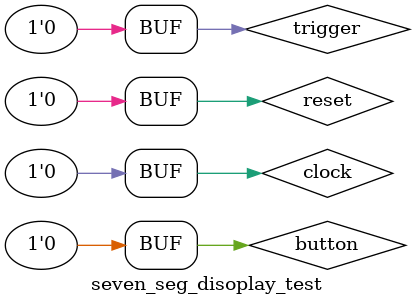
<source format=v>
`timescale 1ns / 1ps


module seven_seg_disoplay_test;

	// Inputs
	reg button;
	reg clock;
	reg trigger;
	reg reset;

	// Outputs
	wire [6:0] seven;
	wire [3:0] AN;

	// Instantiate the Unit Under Test (UUT)
	Final_bto7 uut (
		.seven(seven), 
		.AN(AN), 
		.button(button), 
		.clock(clock), 
		.trigger(trigger), 
		.reset(reset)
	);

	initial begin
		// Initialize Inputs
		button = 0;
		clock = 0;
		trigger = 0;
		reset = 0;

		// Wait 100 ns for global reset to finish
		#100;
        
		// Add stimulus here

	end
      
endmodule


</source>
